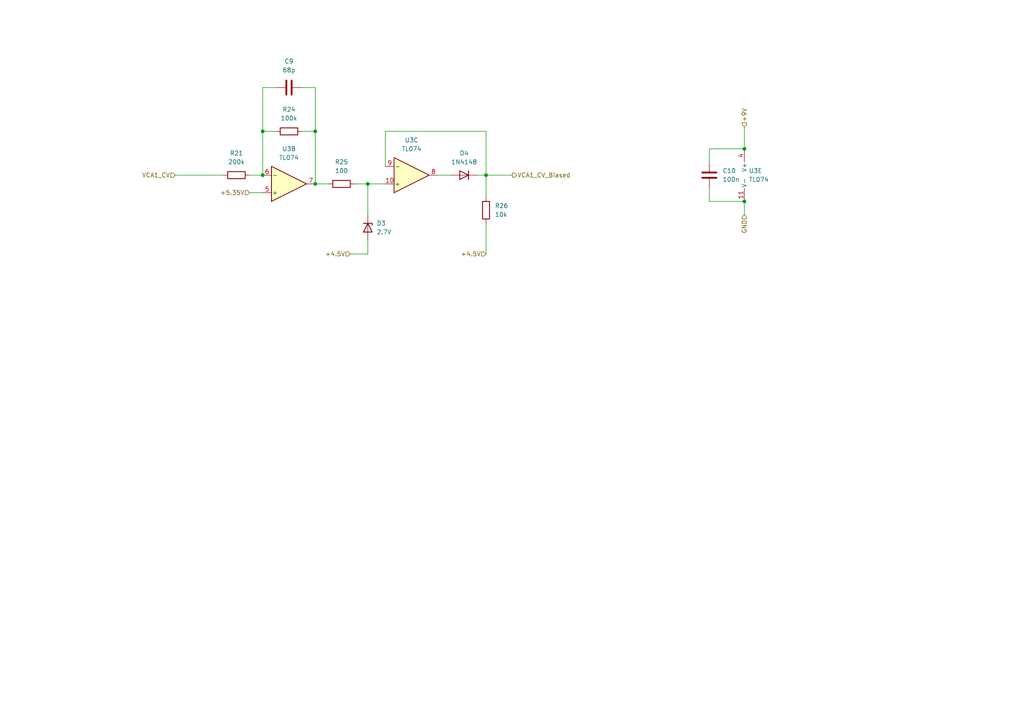
<source format=kicad_sch>
(kicad_sch (version 20211123) (generator eeschema)
  (paper "A4")
  (lib_symbols
    (symbol "Amplifier_Operational:TL074" (pin_names (offset 0.127))
      (property "Reference" "U" (at 0 5.08 0))
      (property "Value" "TL074" (at 0 -5.08 0))
      (symbol "TL074_1_1"
        (polyline (pts (xy -5.08 5.08) (xy 5.08 0) (xy -5.08 -5.08) (xy -5.08 5.08)) (stroke (width 0.254)) (fill (type background)))
        (pin output line (at 7.62 0 180) (length 2.54) (name "~") (number "1"))
        (pin input line (at -7.62 -2.54 0) (length 2.54) (name "-") (number "2"))
        (pin input line (at -7.62 2.54 0) (length 2.54) (name "+") (number "3"))
      )
      (symbol "TL074_2_1"
        (polyline (pts (xy -5.08 5.08) (xy 5.08 0) (xy -5.08 -5.08) (xy -5.08 5.08)) (stroke (width 0.254)) (fill (type background)))
        (pin input line (at -7.62 2.54 0) (length 2.54) (name "+") (number "5"))
        (pin input line (at -7.62 -2.54 0) (length 2.54) (name "-") (number "6"))
        (pin output line (at 7.62 0 180) (length 2.54) (name "~") (number "7"))
      )
      (symbol "TL074_3_1"
        (polyline (pts (xy -5.08 5.08) (xy 5.08 0) (xy -5.08 -5.08) (xy -5.08 5.08)) (stroke (width 0.254)) (fill (type background)))
        (pin input line (at -7.62 2.54 0) (length 2.54) (name "+") (number "10"))
        (pin output line (at 7.62 0 180) (length 2.54) (name "~") (number "8"))
        (pin input line (at -7.62 -2.54 0) (length 2.54) (name "-") (number "9"))
      )
      (symbol "TL074_4_1"
        (polyline (pts (xy -5.08 5.08) (xy 5.08 0) (xy -5.08 -5.08) (xy -5.08 5.08)) (stroke (width 0.254)) (fill (type background)))
        (pin input line (at -7.62 2.54 0) (length 2.54) (name "+") (number "12"))
        (pin input line (at -7.62 -2.54 0) (length 2.54) (name "-") (number "13"))
        (pin output line (at 7.62 0 180) (length 2.54) (name "~") (number "14"))
      )
      (symbol "TL074_5_1"
        (pin power_in line (at -2.54 -7.62 90) (length 3.81) (name "V-") (number "11"))
        (pin power_in line (at -2.54 7.62 270) (length 3.81) (name "V+") (number "4"))
      )
    )
    (symbol "Device:C" (pin_numbers hide) (pin_names (offset 0.254))
      (property "Reference" "C" (at 0.635 2.54 0))
      (property "Value" "C" (at 0.635 -2.54 0))
      (symbol "C_0_1"
        (polyline (pts (xy -2.032 -0.762) (xy 2.032 -0.762)) (stroke (width 0.508)))
        (polyline (pts (xy -2.032 0.762) (xy 2.032 0.762)) (stroke (width 0.508)))
      )
      (symbol "C_1_1"
        (pin passive line (at 0 3.81 270) (length 2.794) (name "~") (number "1"))
        (pin passive line (at 0 -3.81 90) (length 2.794) (name "~") (number "2"))
      )
    )
    (symbol "Device:D" (pin_numbers hide) (pin_names (offset 1.016) hide)
      (property "Reference" "D" (at 0 2.54 0))
      (property "Value" "D" (at 0 -2.54 0))
      (symbol "D_0_1"
        (polyline (pts (xy -1.27 1.27) (xy -1.27 -1.27)) (stroke (width 0.254)))
        (polyline (pts (xy 1.27 0) (xy -1.27 0)))
        (polyline (pts (xy 1.27 1.27) (xy 1.27 -1.27) (xy -1.27 0) (xy 1.27 1.27)) (stroke (width 0.254)))
      )
      (symbol "D_1_1"
        (pin passive line (at -3.81 0 0) (length 2.54) (name "K") (number "1"))
        (pin passive line (at 3.81 0 180) (length 2.54) (name "A") (number "2"))
      )
    )
    (symbol "Device:D_Zener" (pin_numbers hide) (pin_names (offset 1.016) hide)
      (property "Reference" "D" (at 0 2.54 0))
      (property "Value" "D_Zener" (at 0 -2.54 0))
      (symbol "D_Zener_0_1"
        (polyline (pts (xy 1.27 0) (xy -1.27 0)))
        (polyline (pts (xy -1.27 -1.27) (xy -1.27 1.27) (xy -0.762 1.27)) (stroke (width 0.254)))
        (polyline (pts (xy 1.27 -1.27) (xy 1.27 1.27) (xy -1.27 0) (xy 1.27 -1.27)) (stroke (width 0.254)))
      )
      (symbol "D_Zener_1_1"
        (pin passive line (at -3.81 0 0) (length 2.54) (name "K") (number "1"))
        (pin passive line (at 3.81 0 180) (length 2.54) (name "A") (number "2"))
      )
    )
    (symbol "Device:R" (pin_numbers hide) (pin_names (offset 0))
      (property "Reference" "R" (at 2.032 0 90))
      (property "Value" "R" (at 0 0 90))
      (symbol "R_0_1"
        (rectangle (start -1.016 -2.54) (end 1.016 2.54) (stroke (width 0.254)))
      )
      (symbol "R_1_1"
        (pin passive line (at 0 3.81 270) (length 1.27) (name "~") (number "1"))
        (pin passive line (at 0 -3.81 90) (length 1.27) (name "~") (number "2"))
      )
    )
  )
  (junction (at 76.2 38.1))
  (junction (at 106.68 53.34))
  (junction (at 91.44 53.34))
  (junction (at 91.44 38.1))
  (junction (at 215.9 43.18))
  (junction (at 76.2 50.8))
  (junction (at 140.97 50.8))
  (junction (at 215.9 58.42))
  (wire (pts (xy 106.68 53.34) (xy 106.68 62.23)))
  (wire (pts (xy 76.2 25.4) (xy 76.2 38.1)))
  (wire (pts (xy 138.43 50.8) (xy 140.97 50.8)))
  (wire (pts (xy 50.8 50.8) (xy 64.77 50.8)))
  (wire (pts (xy 106.68 73.66) (xy 106.68 69.85)))
  (wire (pts (xy 87.63 38.1) (xy 91.44 38.1)))
  (wire (pts (xy 101.6 73.66) (xy 106.68 73.66)))
  (wire (pts (xy 140.97 50.8) (xy 140.97 57.15)))
  (wire (pts (xy 80.01 38.1) (xy 76.2 38.1)))
  (wire (pts (xy 72.39 55.88) (xy 76.2 55.88)))
  (wire (pts (xy 76.2 38.1) (xy 76.2 50.8)))
  (wire (pts (xy 140.97 50.8) (xy 148.59 50.8)))
  (wire (pts (xy 111.76 38.1) (xy 111.76 48.26)))
  (wire (pts (xy 140.97 38.1) (xy 111.76 38.1)))
  (wire (pts (xy 106.68 53.34) (xy 111.76 53.34)))
  (wire (pts (xy 205.74 54.61) (xy 205.74 58.42)))
  (wire (pts (xy 102.87 53.34) (xy 106.68 53.34)))
  (wire (pts (xy 205.74 58.42) (xy 215.9 58.42)))
  (wire (pts (xy 140.97 50.8) (xy 140.97 38.1)))
  (wire (pts (xy 91.44 38.1) (xy 91.44 53.34)))
  (wire (pts (xy 87.63 25.4) (xy 91.44 25.4)))
  (wire (pts (xy 205.74 43.18) (xy 205.74 46.99)))
  (wire (pts (xy 215.9 36.83) (xy 215.9 43.18)))
  (wire (pts (xy 91.44 25.4) (xy 91.44 38.1)))
  (wire (pts (xy 91.44 53.34) (xy 95.25 53.34)))
  (wire (pts (xy 80.01 25.4) (xy 76.2 25.4)))
  (wire (pts (xy 127 50.8) (xy 130.81 50.8)))
  (wire (pts (xy 72.39 50.8) (xy 76.2 50.8)))
  (wire (pts (xy 215.9 58.42) (xy 215.9 62.23)))
  (wire (pts (xy 140.97 64.77) (xy 140.97 73.66)))
  (wire (pts (xy 215.9 43.18) (xy 205.74 43.18)))
  (hierarchical_label "+4.5V" (shape input) (at 101.6 73.66 180))
  (hierarchical_label "+9V" (shape input) (at 215.9 36.83 90))
  (hierarchical_label "VCA1_CV_Biased" (shape output) (at 148.59 50.8 0))
  (hierarchical_label "+5.35V" (shape input) (at 72.39 55.88 180))
  (hierarchical_label "VCA1_CV" (shape input) (at 50.8 50.8 180))
  (hierarchical_label "+4.5V" (shape input) (at 140.97 73.66 180))
  (hierarchical_label "GND" (shape input) (at 215.9 62.23 270))
  (symbol (lib_id "Device:R") (at 83.82 38.1 90) (unit 1)
    (property "Reference" "R24" (at 83.82 31.75 90))
    (property "Value" "100k" (at 83.82 34.29 90))
    (property "Footprint" "Resistor_SMD:R_0603_1608Metric_Pad0.98x0.95mm_HandSolder" (effects hide))
    (property "LCSC" "C25803" (effects hide))
  )
  (symbol (lib_id "Device:R") (at 99.06 53.34 90) (unit 1)
    (property "Reference" "R25" (at 99.06 46.99 90))
    (property "Value" "100" (at 99.06 49.53 90))
    (property "Footprint" "Resistor_SMD:R_0603_1608Metric_Pad0.98x0.95mm_HandSolder" (effects hide))
    (property "LCSC" "C22775" (effects hide))
  )
  (symbol (lib_id "Device:D_Zener") (at 106.68 66.04 270) (unit 1)
    (property "Reference" "D3" (at 109.22 64.7699 90) (effects (justify left)))
    (property "Value" "2.7V" (at 109.22 67.3099 90) (effects (justify left)))
    (property "Footprint" "Diode_SMD:D_SOD-123" (effects hide))
    (property "LCSC" "C406712" (effects hide))
  )
  (symbol (lib_id "Device:C") (at 83.82 25.4 90) (unit 1)
    (property "Reference" "C9" (at 83.82 17.78 90))
    (property "Value" "68p" (at 83.82 20.32 90))
    (property "Footprint" "Capacitor_SMD:C_0603_1608Metric_Pad1.08x0.95mm_HandSolder" (effects hide))
    (property "LCSC" "C1680" (effects hide))
  )
  (symbol (lib_id "Device:R") (at 140.97 60.96 180) (unit 1)
    (property "Reference" "R26" (at 143.51 59.6899 0) (effects (justify right)))
    (property "Value" "10k" (at 143.51 62.2299 0) (effects (justify right)))
    (property "Footprint" "Resistor_SMD:R_0603_1608Metric_Pad0.98x0.95mm_HandSolder" (effects hide))
    (property "LCSC" "C25804" (effects hide))
  )
  (symbol (lib_id "Amplifier_Operational:TL074") (at 119.38 50.8 0) (mirror x) (unit 3)
    (property "Reference" "U3" (at 119.38 40.64 0))
    (property "Value" "TL074" (at 119.38 43.18 0))
    (property "Footprint" "Package_SO:SOIC-14_3.9x8.7mm_P1.27mm" (effects hide))
    (property "Datasheet" "http://www.ti.com/lit/ds/symlink/tl071.pdf" (effects hide))
    (property "LCSC" "C6963" (effects hide))
  )
  (symbol (lib_id "Device:C") (at 205.74 50.8 180) (unit 1)
    (property "Reference" "C10" (at 209.55 49.5299 0) (effects (justify right)))
    (property "Value" "100n" (at 209.55 52.0699 0) (effects (justify right)))
    (property "Footprint" "Capacitor_SMD:C_0603_1608Metric_Pad1.08x0.95mm_HandSolder" (effects hide))
    (property "LCSC" "C76711" (effects hide))
  )
  (symbol (lib_id "Device:R") (at 68.58 50.8 90) (unit 1)
    (property "Reference" "R21" (at 68.58 44.45 90))
    (property "Value" "200k" (at 68.58 46.99 90))
    (property "Footprint" "Resistor_SMD:R_0603_1608Metric_Pad0.98x0.95mm_HandSolder" (effects hide))
    (property "LCSC" "C25811" (effects hide))
  )
  (symbol (lib_id "Amplifier_Operational:TL074") (at 218.44 50.8 0) (unit 5)
    (property "Reference" "U3" (at 217.17 49.5299 0) (effects (justify left)))
    (property "Value" "TL074" (at 217.17 52.0699 0) (effects (justify left)))
    (property "Footprint" "Package_SO:SOIC-14_3.9x8.7mm_P1.27mm" (effects hide))
    (property "Datasheet" "http://www.ti.com/lit/ds/symlink/tl071.pdf" (effects hide))
    (property "LCSC" "C6963" (effects hide))
  )
  (symbol (lib_id "Device:D") (at 134.62 50.8 180) (unit 1)
    (property "Reference" "D4" (at 134.62 44.45 0))
    (property "Value" "1N4148" (at 134.62 46.99 0))
    (property "Footprint" "Diode_SMD:D_SOD-123" (effects hide))
    (property "LCSC" "C81598" (effects hide))
  )
  (symbol (lib_id "Amplifier_Operational:TL074") (at 83.82 53.34 0) (mirror x) (unit 2)
    (property "Reference" "U3" (at 83.82 43.18 0))
    (property "Value" "TL074" (at 83.82 45.72 0))
    (property "Footprint" "Package_SO:SOIC-14_3.9x8.7mm_P1.27mm" (effects hide))
    (property "Datasheet" "http://www.ti.com/lit/ds/symlink/tl071.pdf" (effects hide))
    (property "LCSC" "C6963" (effects hide))
  )
)
</source>
